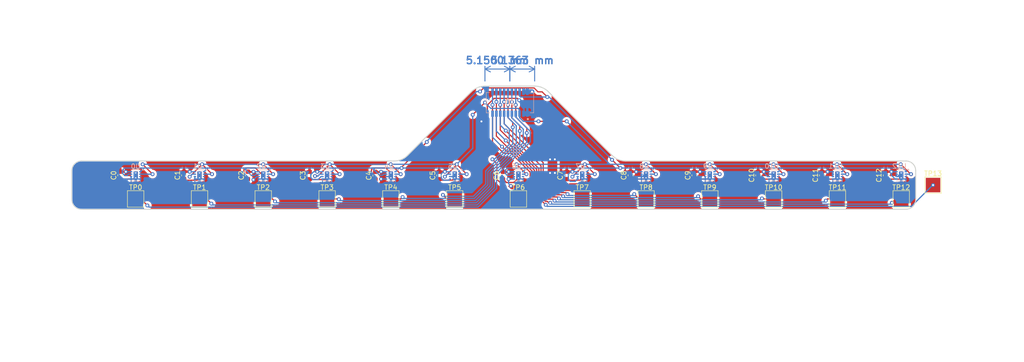
<source format=kicad_pcb>
(kicad_pcb
	(version 20240108)
	(generator "pcbnew")
	(generator_version "8.0")
	(general
		(thickness 1.6)
		(legacy_teardrops no)
	)
	(paper "A4")
	(layers
		(0 "F.Cu" signal)
		(31 "B.Cu" signal)
		(32 "B.Adhes" user "B.Adhesive")
		(33 "F.Adhes" user "F.Adhesive")
		(34 "B.Paste" user)
		(35 "F.Paste" user)
		(36 "B.SilkS" user "B.Silkscreen")
		(37 "F.SilkS" user "F.Silkscreen")
		(38 "B.Mask" user)
		(39 "F.Mask" user)
		(40 "Dwgs.User" user "User.Drawings")
		(41 "Cmts.User" user "User.Comments")
		(42 "Eco1.User" user "User.Eco1")
		(43 "Eco2.User" user "User.Eco2")
		(44 "Edge.Cuts" user)
		(45 "Margin" user)
		(46 "B.CrtYd" user "B.Courtyard")
		(47 "F.CrtYd" user "F.Courtyard")
		(48 "B.Fab" user)
		(49 "F.Fab" user)
		(50 "User.1" user)
		(51 "User.2" user)
		(52 "User.3" user)
		(53 "User.4" user)
		(54 "User.5" user)
		(55 "User.6" user)
		(56 "User.7" user)
		(57 "User.8" user)
		(58 "User.9" user)
	)
	(setup
		(stackup
			(layer "F.SilkS"
				(type "Top Silk Screen")
			)
			(layer "F.Paste"
				(type "Top Solder Paste")
			)
			(layer "F.Mask"
				(type "Top Solder Mask")
				(thickness 0.01)
			)
			(layer "F.Cu"
				(type "copper")
				(thickness 0.035)
			)
			(layer "dielectric 1"
				(type "core")
				(thickness 1.51)
				(material "FR4")
				(epsilon_r 4.5)
				(loss_tangent 0.02)
			)
			(layer "B.Cu"
				(type "copper")
				(thickness 0.035)
			)
			(layer "B.Mask"
				(type "Bottom Solder Mask")
				(thickness 0.01)
			)
			(layer "B.Paste"
				(type "Bottom Solder Paste")
			)
			(layer "B.SilkS"
				(type "Bottom Silk Screen")
			)
			(copper_finish "None")
			(dielectric_constraints no)
		)
		(pad_to_mask_clearance 0)
		(allow_soldermask_bridges_in_footprints no)
		(pcbplotparams
			(layerselection 0x00010fc_ffffffff)
			(plot_on_all_layers_selection 0x0000000_00000000)
			(disableapertmacros no)
			(usegerberextensions no)
			(usegerberattributes yes)
			(usegerberadvancedattributes yes)
			(creategerberjobfile yes)
			(dashed_line_dash_ratio 12.000000)
			(dashed_line_gap_ratio 3.000000)
			(svgprecision 4)
			(plotframeref no)
			(viasonmask no)
			(mode 1)
			(useauxorigin no)
			(hpglpennumber 1)
			(hpglpenspeed 20)
			(hpglpendiameter 15.000000)
			(pdf_front_fp_property_popups yes)
			(pdf_back_fp_property_popups yes)
			(dxfpolygonmode yes)
			(dxfimperialunits yes)
			(dxfusepcbnewfont yes)
			(psnegative no)
			(psa4output no)
			(plotreference yes)
			(plotvalue yes)
			(plotfptext yes)
			(plotinvisibletext no)
			(sketchpadsonfab no)
			(subtractmaskfromsilk no)
			(outputformat 1)
			(mirror no)
			(drillshape 1)
			(scaleselection 1)
			(outputdirectory "")
		)
	)
	(net 0 "")
	(net 1 "GND")
	(net 2 "unconnected-(U3-ALERT-Pad3)")
	(net 3 "/SDA")
	(net 4 "+3V3")
	(net 5 "/SCL")
	(net 6 "unconnected-(U6-ALERT-Pad3)")
	(net 7 "unconnected-(U7-ALERT-Pad3)")
	(net 8 "unconnected-(U1-ALERT-Pad3)")
	(net 9 "unconnected-(U2-ALERT-Pad3)")
	(net 10 "unconnected-(U4-ALERT-Pad3)")
	(net 11 "unconnected-(U5-ALERT-Pad3)")
	(net 12 "unconnected-(U8-ALERT-Pad3)")
	(net 13 "unconnected-(U9-ALERT-Pad3)")
	(net 14 "unconnected-(U10-ALERT-Pad3)")
	(net 15 "unconnected-(U11-ALERT-Pad3)")
	(net 16 "unconnected-(U12-ALERT-Pad3)")
	(net 17 "Net-(J0-Pin_13)")
	(net 18 "Net-(J0-Pin_8)")
	(net 19 "Net-(J0-Pin_17)")
	(net 20 "Net-(J0-Pin_7)")
	(net 21 "Net-(J0-Pin_15)")
	(net 22 "Net-(J0-Pin_20)")
	(net 23 "Net-(J0-Pin_12)")
	(net 24 "Net-(J0-Pin_9)")
	(net 25 "Net-(J0-Pin_11)")
	(net 26 "Net-(J0-Pin_10)")
	(net 27 "Net-(J0-Pin_14)")
	(net 28 "Net-(J0-Pin_16)")
	(net 29 "Net-(J0-Pin_19)")
	(net 30 "Net-(J0-Pin_18)")
	(net 31 "unconnected-(U0-ALERT-Pad3)")
	(footprint "Capacitor_SMD:C_0603_1608Metric" (layer "F.Cu") (at 81.17 91.34 -90))
	(footprint "TestPoint:TestPoint_Pad_3.0x3.0mm" (layer "F.Cu") (at 150.36 96.22))
	(footprint "TestPoint:TestPoint_Pad_3.0x3.0mm" (layer "F.Cu") (at 216.38 96.22))
	(footprint "TestPoint:TestPoint_Pad_3.0x3.0mm" (layer "F.Cu") (at 229.57 96.22))
	(footprint "Capacitor_SMD:C_0603_1608Metric" (layer "F.Cu") (at 107.14 91.37 -90))
	(footprint "Capacitor_SMD:C_0603_1608Metric" (layer "F.Cu") (at 120.76 91.38 -90))
	(footprint "TestPoint:TestPoint_Pad_3.0x3.0mm" (layer "F.Cu") (at 84.38 96.22))
	(footprint "TestPoint:TestPoint_Pad_3.0x3.0mm" (layer "F.Cu") (at 71.16 96.22))
	(footprint "Capacitor_SMD:C_0603_1608Metric" (layer "F.Cu") (at 94.37 91.34 -90))
	(footprint "Capacitor_SMD:C_0603_1608Metric" (layer "F.Cu") (at 160.37 91.34 -90))
	(footprint "TestPoint:TestPoint_Pad_3.0x3.0mm" (layer "F.Cu") (at 163.56 96.22))
	(footprint "TestPoint:TestPoint_Pad_3.0x3.0mm" (layer "F.Cu") (at 203.17 96.22))
	(footprint "Capacitor_SMD:C_0603_1608Metric" (layer "F.Cu") (at 133.96 91.355 -90))
	(footprint "Capacitor_SMD:C_0603_1608Metric" (layer "F.Cu") (at 199.97 91.34 -90))
	(footprint "TestPoint:TestPoint_Pad_3.0x3.0mm" (layer "F.Cu") (at 137.17 96.22))
	(footprint "TestPoint:TestPoint_Pad_3.0x3.0mm" (layer "F.Cu") (at 236.16 93.35))
	(footprint "TestPoint:TestPoint_Pad_3.0x3.0mm" (layer "F.Cu") (at 176.77 96.22))
	(footprint "TestPoint:TestPoint_Pad_3.0x3.0mm" (layer "F.Cu") (at 189.97 96.22))
	(footprint "Capacitor_SMD:C_0603_1608Metric" (layer "F.Cu") (at 147.16 91.38 -90))
	(footprint "TestPoint:TestPoint_Pad_3.0x3.0mm" (layer "F.Cu") (at 110.78 96.22))
	(footprint "Capacitor_SMD:C_0603_1608Metric" (layer "F.Cu") (at 213.17 91.34 -90))
	(footprint "Capacitor_SMD:C_0603_1608Metric" (layer "F.Cu") (at 67.97 91.34 -90))
	(footprint "Capacitor_SMD:C_0603_1608Metric" (layer "F.Cu") (at 226.37 91.34 -90))
	(footprint "Capacitor_SMD:C_0603_1608Metric" (layer "F.Cu") (at 186.77 91.34 -90))
	(footprint "TestPoint:TestPoint_Pad_3.0x3.0mm" (layer "F.Cu") (at 97.56 96.22))
	(footprint "Capacitor_SMD:C_0603_1608Metric" (layer "F.Cu") (at 173.57 91.34 -90))
	(footprint "TestPoint:TestPoint_Pad_3.0x3.0mm" (layer "F.Cu") (at 123.97 96.22))
	(footprint "Package_SON:WSON-8-1EP_2x2mm_P0.5mm_EP0.9x1.6mm_ThermalVias" (layer "B.Cu") (at 163.57 91.34 180))
	(footprint "Package_SON:WSON-8-1EP_2x2mm_P0.5mm_EP0.9x1.6mm_ThermalVias" (layer "B.Cu") (at 110.77 91.34 180))
	(footprint "Package_SON:WSON-8-1EP_2x2mm_P0.5mm_EP0.9x1.6mm_ThermalVias" (layer "B.Cu") (at 97.57 91.34 180))
	(footprint "Package_SON:WSON-8-1EP_2x2mm_P0.5mm_EP0.9x1.6mm_ThermalVias" (layer "B.Cu") (at 203.17 91.34 180))
	(footprint "MV_Abnehmerplatine:533092070" (layer "B.Cu") (at 148.61 76.27))
	(footprint "Package_SON:WSON-8-1EP_2x2mm_P0.5mm_EP0.9x1.6mm_ThermalVias" (layer "B.Cu") (at 123.97 91.34 180))
	(footprint "Package_SON:WSON-8-1EP_2x2mm_P0.5mm_EP0.9x1.6mm_ThermalVias" (layer "B.Cu") (at 150.37 91.34 180))
	(footprint "Package_SON:WSON-8-1EP_2x2mm_P0.5mm_EP0.9x1.6mm_ThermalVias" (layer "B.Cu") (at 84.37 91.34 180))
	(footprint "Package_SON:WSON-8-1EP_2x2mm_P0.5mm_EP0.9x1.6mm_ThermalVias" (layer "B.Cu") (at 229.57 91.34 180))
	(footprint "Package_SON:WSON-8-1EP_2x2mm_P0.5mm_EP0.9x1.6mm_ThermalVias" (layer "B.Cu") (at 176.77 91.34 180))
	(footprint "Package_SON:WSON-8-1EP_2x2mm_P0.5mm_EP0.9x1.6mm_ThermalVias" (layer "B.Cu") (at 137.17 91.34 180))
	(footprint "Package_SON:WSON-8-1EP_2x2mm_P0.5mm_EP0.9x1.6mm_ThermalVias" (layer "B.Cu") (at 216.37 91.34 180))
	(footprint "Package_SON:WSON-8-1EP_2x2mm_P0.5mm_EP0.9x1.6mm_ThermalVias"
		(layer "B.Cu")
		(uuid "cec3f072-78d7-4dd4-bea4-937ea5c811bd")
		(at 189.97 91.34 180)
		(descr "8-Lead Plastic WSON, 2x2mm Body, 0.5mm Pitch, WSON-8, http://www.ti.com/lit/ds/symlink/lm27761.pdf")
		(tags "WSON 8 1EP ThermalVias")
		(property "Reference" "U9"
			(at 0.38 1.9 180)
			(layer "B.SilkS")
			(uuid "f229a1a8-3e3d-46fd-bc22-019207c9aea7")
			(effects
				(font
					(size 1 1)
					(thickness 0.15)
				)
				(justify mirror)
			)
		)
		(property "Value" "TMP1075DSG"
			(at 0.01 -2.14 180)
			(layer "B.Fab")
			(uuid "4abdeea3-ff2d-48fb-bd33-b88199259d1b")
			(effects
				(font
					(size 1 1)
					(thickness 0.15)
				)
				(justify mirror)
			)
		)
		(property "Footprint" "Package_SON:WSON-8-1EP_2x2mm_P0.5mm_EP0.9x1.6mm_ThermalVias"
			(at 0 0 0)
			(unlocked yes)
			(layer "B.Fab")
			(hide yes)
			(uuid "19276af9-1151-4c9b-b04b-8c13d2c9019d")
			(effects
				(font
					(size 1.27 1.27)
				)
				(justify mirror)
			)
		)
		(property "Datasheet" "https://www.ti.com/lit/gpn/tmp1075"
			(at 0 0 0)
			(unlocked yes)
			(layer "B.Fab")
			(hide yes)
			(uuid "b69de72f-e62c-4e32-98af-43389b37bed7")
			(effects
				(font
					(size 1.27 1.27)
				)
				(justify mirror)
			)
		)
		(property "Description" ""
			(at 0 0 0)
			(unlocked yes)
			(layer "B.Fab")
			(hide yes)
			(uuid "6b20c112-ef58-4cd5-89f4-f1f5fd143e59")
			(effects
				(font
					(size 1.27 1.27)
				)
				(justify mirror)
			)
		)
		(property ki_fp_filters "WSON*1EP*2x2mm*P0.5mm*")
		(path "/c7af9e6a-84f6-4320-9b47-9bc791bd63c3")
		(sheetname "Root")
		(sheetfile "MV_Abnehmerplatine.kicad_sch")
		(attr smd)
		(fp_line
			(start 1 -1.14)
			(end -1 -1.14)
			(stroke
				(width 0.12)
				(type solid)
			)
			(layer "B.SilkS")
			(uuid "25d31994-24d3-454b-844f-96052281d5ca")
		)
		(fp_line
			(start 0.99 1.14)
			(end -1.01 1.14)
			(stroke
				(width 0.12)
				(type solid)
			)
			(layer "B.SilkS")
			(uuid "db6fa75a-fd39-45f6-b32b-9f8e466c7751")
		)
		(fp_poly
			(pts
				(xy -1.37 1.07) (xy -1.65 1.07) (xy -1.37 1.35) (xy -1.37 1.07)
			)
			(stroke
				(width 0.12)
				(type solid)
			)
			(fill solid)
			(layer "B.SilkS")
			(uuid "678c61d1-d521-47fb-a9f6-87b164e068ef")
		)
		(fp_line
			(start 1.6 1.25)
			(end -1.6 1.25)
			(stroke
				(width 0.05)
				(type solid)
			)
			(layer "B.CrtYd")
			(uuid "0aaa10d8-8068-4f0b-acfe-90e9f27a97d6")
		)
		(fp_line
			(start 1.6 -1.25)
			(end 1.6 1.25)
			(stroke
				(width 0.05)
				(type solid)
			)
			(layer "B.CrtYd")
			(uuid "e41346ea-a30a-4d82-ab42-8632a5f3b19b")
		)
		(fp_line
			(start 1.6 -1.25)
			(end -1.6 -1.25)
			(stroke
				(width 0.05)
				(type solid)
			)
			(layer "B.CrtYd")
			(uuid "b23571f3-bbdd-4f19-9525-8b64c91ae866")
		)
		(fp_line
			(start -1.6 -1.25)
			(end -1.6 1.25)
			(stroke
				(width 0.05)
				(type solid)
			)
			(layer "B.CrtYd")
			(uuid "9a7e2e01-86ae-4f3b-9adc-c7208a2f0869")
		)
		(fp_line
			(start 1 1)
			(end -0.5 1)
			(stroke
				(width 0.1)
				(type solid)
			)
			(layer "B.Fab")
			(uuid "972051ea-3fec-4b4f-97b8-a8827c08dd88")
		)
		(fp_line
			(start 1 -1)
			(end 1 1)
			(stroke
				(width 0.1)
				(type solid)
			)
			(layer "B.Fab")
			(uuid "193c5aaa-336f-41fa-b3d2-eae442f5dfa4")
		)
		(fp_line
			(start -1 0.5)
			(end -0.5 1)
			(stroke
				(width 0.1)
				(type solid)
			)
			(layer "B.Fab")
			(uuid "1b1ac327-b7fa-4c85-b064-95034ab72849")
		)
		(fp_line
			(start -1 0.5)
			(end -1 -1)
			(stroke
				(width 0.1)
				(type solid)
			)
			(layer "B.Fab")
			(uuid "2cd8dbf3-7127-42a5-ad3c-3ac971eadb24")
		)
		(fp_line
			(start -1 -1)
			(end 1 -1)
			(stroke
				(width 0.1)
				(type solid)
			)
			(layer "B.Fab")
			(uuid "a2bfe3fc-09e5-48b3-9d8a-bd8e93a400a2")
		)
		(fp_text user "${REFERENCE}"
			(at 0 0 180)
			(layer "B.Fab")
			(uuid "3b8c612d-d4ab-46be-821f-1308f7ae9940")
			(effects
				(font
					(size 0.7 0.7)
					(thickness 0.1)
				)
				(justify mirror)
			)
		)
		(pad "" smd rect
			(at 0 -0.4 180)
			(size 0.75 0.65)
			(layers "B.Paste")
			(uuid "62d2b5f4-52e6-4f7e-8ac8-2799ede8c993")
		)
		(pad "" smd rect
			(at 0 0.4 180)
			(size 0.75 0.65)
			(layers "B.Paste")
			(uuid "029e5e89-3a01-4bb1-a8c4-197edd038328")
		)
		(pad "1" smd roundrect
			(at -0.95 0.75 180)
			(size 0.5 0.25)
			(layers "B.Cu" "B.Paste" "B.Mask")
			(roundrect_rratio 0.25)
			(net 3 "/SDA")
			(pinfunction "SDA")
			(pintype "bidirectional")
			(uuid "61285cbf-8361-4969-8276-c31707ecd903")
		)
		(pad "2" smd roundrect
			(at -0.95 0.25 180)
			(size 0.5 0.25)
			(layers "B.Cu" "B.Paste" "B.Mask")
			(roundrect_rratio 0.25)
			(net 5 "/SCL")
			(pinfunction "SCL")
			(pintype "input")
			(uuid "f2c38feb-5706-4834-82e5-bca3dec9236c")
		)
		(pad "3" smd roundrect
			(at -0.95 -0.25 180)
			(size 0.5 0.25)
			(layers "B.Cu" "B.Paste" "B.Mask")
			(roundrect_rratio 0.25)
			(net 13 "unconnected-(U9-ALERT-Pad3)")
			(pinfunction "ALERT")
			(pintype "open_collector+no_connect")
			(uuid "2cc8c3e4-c0b9-4a5c-89e7-d6f3ebc2e1b8")
		)
		(pad "4" smd roundrect
			(at -0.95 -0.75 180)
			(size 0.5 0.25)
			(layers "B.Cu" "B.Paste" "B.Mask")
			(roundrect_rratio 0.25)
			(net 1 "GND")
			(pinfunction "GND")
			(pintype "power_in")
			(uuid "e47fef0c-5b69-4330-9744-2bac3972efeb")
		)
		(pad "5" smd roundrect
			(at 0.95 -0.75 180)
			(size 0.5 0.25)
			(layers "B.Cu" "B.Paste" "B.Mask")
			(roundrect_rratio 0.25)
			(net 1 "GND")
			(pinfunction "A2")
			(pintype "input")
			(uuid "73edfb1b-802f-4364-87a4-7dca70a487eb")
		)
		(pad "6" smd roundrect
			(at 0.95 -0.25 180)
			(size 0.5 0.25)
			(layers "B.Cu" "B.Paste" "B.Mask")
			(roundrect_rratio 0.25)
			(net 1 "GND")
			(pinfunction "A1")
			(pintype "input")
			(uuid "ee4fe075-710d-49c4-95f2-c90943626b5e")
		)
		(pad "7" smd roundrect
			(at 0.95 0.25 180)
			(size 0.5 0.25)
			(layers "B.Cu" "B.Paste" "B.Mask")
			(roundrect_rratio 0.25)
			(net 4 "+3V3")
			(pinfunction "A0")
			(pintype "input")
			(uuid "2df674f8-1f5c-4f7b-9112-88e88ba88cd8")
		)
		(pad "8" smd roundrect
			(at 0.95 0.75 180)
			(size 0.5 0.25)
			(layers "B.Cu" "B.Paste" "B.Mask")
			(roundrect_rr
... [338599 chars truncated]
</source>
